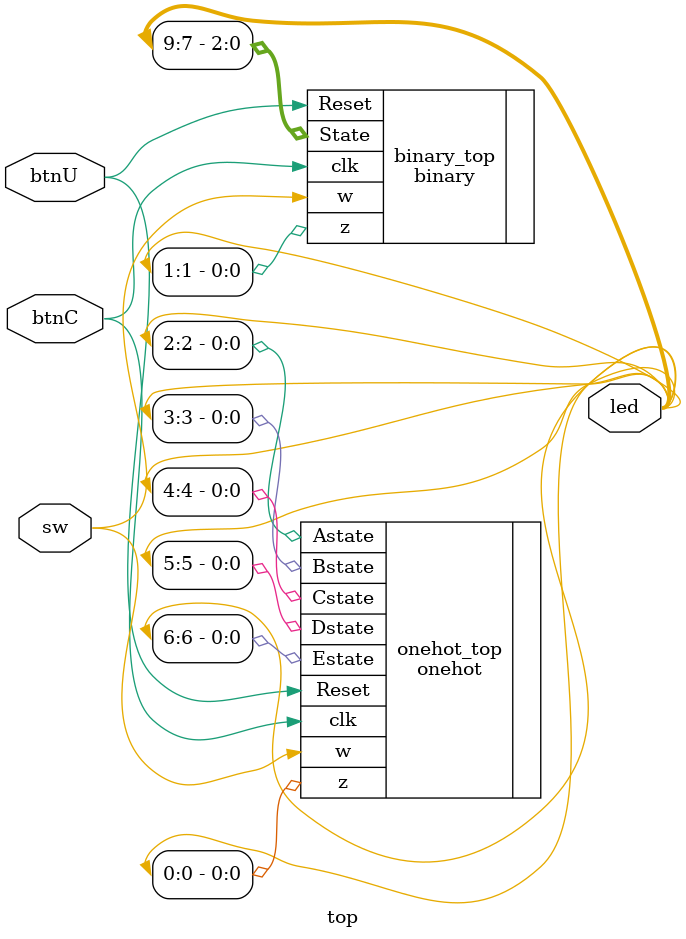
<source format=v>
module top(
    input sw, // w
    output [9:0] led, // see IO table
    input btnC, // clk
    input btnU // reset
);

    // Hook up binary and one-hot state machines
    
binary binary_top (

    .w(sw),
    .clk(btnC),
    .Reset(btnU),
    .z(led[1]),
    .State(led[9:7])
    
 
);




onehot onehot_top (

    .w(sw),
    .clk(btnC),
    .Reset(btnU),
    .z(led[0]),
    .Astate(led[2]),
    .Bstate(led[3]),
    .Cstate(led[4]),
    .Dstate(led[5]),
    .Estate(led[6])
    

);


endmodule

</source>
